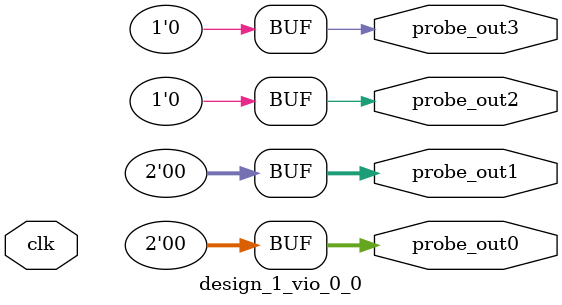
<source format=v>
`timescale 1ns / 1ps
module design_1_vio_0_0 (
clk,

probe_out0,
probe_out1,
probe_out2,
probe_out3
);

input clk;

output reg [1 : 0] probe_out0 = 'h0 ;
output reg [1 : 0] probe_out1 = 'h0 ;
output reg [0 : 0] probe_out2 = 'h0 ;
output reg [0 : 0] probe_out3 = 'h0 ;


endmodule

</source>
